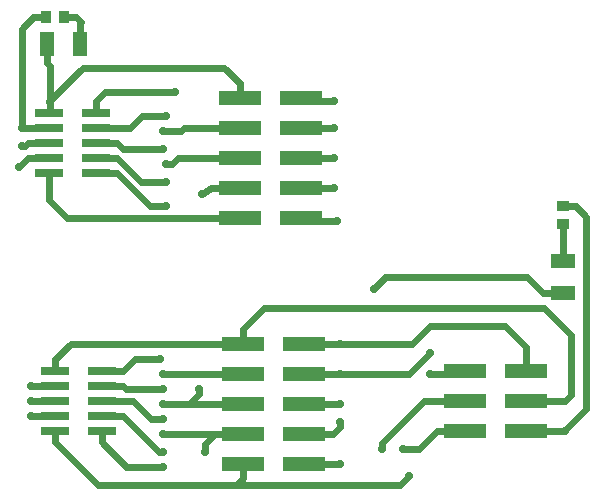
<source format=gtl>
G04 #@! TF.GenerationSoftware,KiCad,Pcbnew,5.1.5-52549c5~86~ubuntu18.04.1*
G04 #@! TF.CreationDate,2020-12-07T21:37:36-08:00*
G04 #@! TF.ProjectId,Atmel_Adapter_rev01,41746d65-6c5f-4416-9461-707465725f72,rev?*
G04 #@! TF.SameCoordinates,Original*
G04 #@! TF.FileFunction,Copper,L1,Top*
G04 #@! TF.FilePolarity,Positive*
%FSLAX46Y46*%
G04 Gerber Fmt 4.6, Leading zero omitted, Abs format (unit mm)*
G04 Created by KiCad (PCBNEW 5.1.5-52549c5~86~ubuntu18.04.1) date 2020-12-07 21:37:36*
%MOMM*%
%LPD*%
G04 APERTURE LIST*
%ADD10R,2.400000X0.760000*%
%ADD11R,3.560000X1.270000*%
%ADD12R,1.250000X2.000000*%
%ADD13R,2.000000X1.250000*%
%ADD14R,0.899160X1.000760*%
%ADD15R,1.000760X0.899160*%
%ADD16C,0.700000*%
%ADD17C,0.600000*%
G04 APERTURE END LIST*
D10*
X113456000Y-71882000D03*
X113456000Y-73152000D03*
X109556000Y-73152000D03*
X109556000Y-71882000D03*
X109556000Y-68072000D03*
X109556000Y-69342000D03*
X109556000Y-70612000D03*
X113456000Y-70612000D03*
X113456000Y-69342000D03*
X113456000Y-68072000D03*
X113964000Y-89916000D03*
X113964000Y-91186000D03*
X113964000Y-92456000D03*
X110064000Y-92456000D03*
X110064000Y-91186000D03*
X110064000Y-89916000D03*
X110064000Y-93726000D03*
X110064000Y-94996000D03*
X113964000Y-94996000D03*
X113964000Y-93726000D03*
D11*
X131129000Y-87630000D03*
X131129000Y-90170000D03*
X131129000Y-92710000D03*
X125919000Y-92710000D03*
X125919000Y-90170000D03*
X125919000Y-87630000D03*
X125919000Y-95270000D03*
X125919000Y-97810000D03*
X131129000Y-97810000D03*
X131129000Y-95270000D03*
X130875000Y-74442000D03*
X130875000Y-76982000D03*
X125665000Y-76982000D03*
X125665000Y-74442000D03*
X125665000Y-66802000D03*
X125665000Y-69342000D03*
X125665000Y-71882000D03*
X130875000Y-71882000D03*
X130875000Y-69342000D03*
X130875000Y-66802000D03*
X149925000Y-95016000D03*
X144715000Y-95016000D03*
X144715000Y-89916000D03*
X144715000Y-92456000D03*
X149925000Y-92456000D03*
X149925000Y-89916000D03*
D12*
X109385000Y-62310000D03*
X112135000Y-62310000D03*
D13*
X153000000Y-80625000D03*
X153000000Y-83375000D03*
D14*
X109248160Y-60000000D03*
X110751840Y-60000000D03*
D15*
X153000000Y-77503680D03*
X153000000Y-76000000D03*
D16*
X119380000Y-73914000D03*
X133604000Y-74422000D03*
X119380000Y-75946000D03*
X133858000Y-77216000D03*
X106934000Y-72644000D03*
X122428000Y-74930000D03*
X107188000Y-69342000D03*
X119126000Y-69596000D03*
X107188000Y-70866000D03*
X119380000Y-72390000D03*
X119126000Y-71120000D03*
X133604000Y-71882000D03*
X119380000Y-68326000D03*
X133604000Y-69342000D03*
X120142000Y-66294000D03*
X133604000Y-67056000D03*
X118872000Y-88900000D03*
X134112000Y-87630000D03*
X137000000Y-83000000D03*
X119126000Y-91440000D03*
X134112000Y-90170000D03*
X141732000Y-88392000D03*
X153162000Y-94996000D03*
X119126000Y-93980000D03*
X134112000Y-92710000D03*
X107950000Y-92456000D03*
X119126000Y-92710000D03*
X139446000Y-96520000D03*
X122174000Y-91440000D03*
X107950000Y-91186000D03*
X119126000Y-90170000D03*
X107950000Y-93726000D03*
X119126000Y-95250000D03*
X137668000Y-96520000D03*
X122682000Y-96774000D03*
X139954000Y-98806000D03*
X141732000Y-90170000D03*
X119126000Y-98044000D03*
X134112000Y-97790000D03*
X119126000Y-96774000D03*
X134112000Y-94234000D03*
D17*
X111801420Y-60000000D02*
X112190000Y-60388580D01*
X110751840Y-60000000D02*
X111801420Y-60000000D01*
X112135000Y-60443580D02*
X112135000Y-62310000D01*
X112190000Y-60388580D02*
X112135000Y-60443580D01*
X115256000Y-71882000D02*
X117288000Y-73914000D01*
X113456000Y-71882000D02*
X115256000Y-71882000D01*
X117288000Y-73914000D02*
X119380000Y-73914000D01*
X130895000Y-74422000D02*
X130875000Y-74442000D01*
X133604000Y-74422000D02*
X130895000Y-74422000D01*
X115256000Y-73152000D02*
X118050000Y-75946000D01*
X113456000Y-73152000D02*
X115256000Y-73152000D01*
X118050000Y-75946000D02*
X119380000Y-75946000D01*
X131109000Y-77216000D02*
X130875000Y-76982000D01*
X133858000Y-77216000D02*
X131109000Y-77216000D01*
X123285000Y-76982000D02*
X123265000Y-76962000D01*
X125665000Y-76982000D02*
X123285000Y-76982000D01*
X123265000Y-76962000D02*
X110998000Y-76962000D01*
X109556000Y-75520000D02*
X109556000Y-73152000D01*
X110998000Y-76962000D02*
X109556000Y-75520000D01*
X109556000Y-71882000D02*
X107696000Y-71882000D01*
X107696000Y-71882000D02*
X106934000Y-72644000D01*
X122428000Y-74930000D02*
X123190000Y-74422000D01*
X123190000Y-74422000D02*
X123210000Y-74442000D01*
X123210000Y-74442000D02*
X125665000Y-74442000D01*
X125665000Y-65567000D02*
X125665000Y-66802000D01*
X124360000Y-64262000D02*
X125665000Y-65567000D01*
X112386000Y-64262000D02*
X124360000Y-64262000D01*
X109556000Y-67092000D02*
X112386000Y-64262000D01*
X109385000Y-63910000D02*
X109590000Y-64115000D01*
X109590000Y-64115000D02*
X109590000Y-67480000D01*
X109385000Y-62310000D02*
X109385000Y-63910000D01*
X109556000Y-68072000D02*
X109590000Y-67480000D01*
X109590000Y-67480000D02*
X109556000Y-67092000D01*
X109556000Y-69342000D02*
X107188000Y-69342000D01*
X119126000Y-69596000D02*
X120650000Y-69596000D01*
X120904000Y-69342000D02*
X125665000Y-69342000D01*
X120650000Y-69596000D02*
X120904000Y-69342000D01*
X107188000Y-68847026D02*
X107188000Y-69342000D01*
X107188000Y-61010580D02*
X107188000Y-68847026D01*
X108198580Y-60000000D02*
X107188000Y-61010580D01*
X109248160Y-60000000D02*
X108198580Y-60000000D01*
X107756000Y-70612000D02*
X107502000Y-70866000D01*
X109556000Y-70612000D02*
X107756000Y-70612000D01*
X107502000Y-70866000D02*
X107188000Y-70866000D01*
X119380000Y-72390000D02*
X119888000Y-72390000D01*
X120396000Y-71882000D02*
X125665000Y-71882000D01*
X119888000Y-72390000D02*
X120396000Y-71882000D01*
X115256000Y-70612000D02*
X115764000Y-71120000D01*
X113456000Y-70612000D02*
X115256000Y-70612000D01*
X115764000Y-71120000D02*
X119126000Y-71120000D01*
X133604000Y-71882000D02*
X130875000Y-71882000D01*
X113456000Y-69342000D02*
X116332000Y-69342000D01*
X116332000Y-69342000D02*
X117348000Y-68326000D01*
X117348000Y-68326000D02*
X119380000Y-68326000D01*
X133604000Y-69342000D02*
X130875000Y-69342000D01*
X113456000Y-67092000D02*
X114254000Y-66294000D01*
X113456000Y-68072000D02*
X113456000Y-67092000D01*
X114254000Y-66294000D02*
X120142000Y-66294000D01*
X131129000Y-67056000D02*
X130875000Y-66802000D01*
X133604000Y-67056000D02*
X131129000Y-67056000D01*
X115764000Y-89916000D02*
X116780000Y-88900000D01*
X113964000Y-89916000D02*
X115764000Y-89916000D01*
X116780000Y-88900000D02*
X118872000Y-88900000D01*
X134112000Y-87630000D02*
X131129000Y-87630000D01*
X134112000Y-87630000D02*
X140208000Y-87630000D01*
X140208000Y-87630000D02*
X141732000Y-86106000D01*
X141732000Y-86106000D02*
X148082000Y-86106000D01*
X149925000Y-87949000D02*
X149925000Y-89916000D01*
X148082000Y-86106000D02*
X149925000Y-87949000D01*
X153000000Y-83375000D02*
X151375000Y-83375000D01*
X151375000Y-83375000D02*
X150000000Y-82000000D01*
X150000000Y-82000000D02*
X138000000Y-82000000D01*
X138000000Y-82000000D02*
X137000000Y-83000000D01*
X115764000Y-91186000D02*
X116018000Y-91440000D01*
X113964000Y-91186000D02*
X115764000Y-91186000D01*
X116018000Y-91440000D02*
X119126000Y-91440000D01*
X134112000Y-90170000D02*
X131129000Y-90170000D01*
X134112000Y-90170000D02*
X139954000Y-90170000D01*
X139954000Y-90170000D02*
X141732000Y-88392000D01*
X149945000Y-94996000D02*
X149925000Y-95016000D01*
X153162000Y-94996000D02*
X149945000Y-94996000D01*
X154100380Y-76000000D02*
X155000000Y-76899620D01*
X153000000Y-76000000D02*
X154100380Y-76000000D01*
X155000000Y-93158000D02*
X153158000Y-95000000D01*
X155000000Y-76899620D02*
X155000000Y-93158000D01*
X153158000Y-95000000D02*
X153162000Y-94996000D01*
X113964000Y-92456000D02*
X116586000Y-92456000D01*
X116586000Y-92456000D02*
X118110000Y-93980000D01*
X118110000Y-93980000D02*
X119126000Y-93980000D01*
X134112000Y-92710000D02*
X131129000Y-92710000D01*
X110064000Y-92456000D02*
X108264000Y-92456000D01*
X108264000Y-92456000D02*
X107950000Y-92456000D01*
X142335000Y-95016000D02*
X140831000Y-96520000D01*
X144715000Y-95016000D02*
X142335000Y-95016000D01*
X140831000Y-96520000D02*
X139446000Y-96520000D01*
X121398974Y-92710000D02*
X120904000Y-92710000D01*
X122174000Y-91934974D02*
X121398974Y-92710000D01*
X122174000Y-91440000D02*
X122174000Y-91934974D01*
X119126000Y-92710000D02*
X120904000Y-92710000D01*
X120904000Y-92710000D02*
X125919000Y-92710000D01*
X110064000Y-91186000D02*
X107950000Y-91186000D01*
X119620974Y-90170000D02*
X125919000Y-90170000D01*
X119126000Y-90170000D02*
X119620974Y-90170000D01*
X123539000Y-87630000D02*
X125919000Y-87630000D01*
X111370000Y-87630000D02*
X123539000Y-87630000D01*
X110064000Y-88936000D02*
X111370000Y-87630000D01*
X110064000Y-89916000D02*
X110064000Y-88936000D01*
X125919000Y-86395000D02*
X127732000Y-84582000D01*
X125919000Y-87630000D02*
X125919000Y-86395000D01*
X127732000Y-84582000D02*
X151384000Y-84582000D01*
X151384000Y-84582000D02*
X153670000Y-86868000D01*
X153670000Y-86868000D02*
X153670000Y-91948000D01*
X153162000Y-92456000D02*
X149925000Y-92456000D01*
X153670000Y-91948000D02*
X153162000Y-92456000D01*
X110064000Y-93726000D02*
X107950000Y-93726000D01*
X125899000Y-95250000D02*
X125919000Y-95270000D01*
X119126000Y-95250000D02*
X125899000Y-95250000D01*
X144715000Y-92456000D02*
X141224000Y-92456000D01*
X141224000Y-92456000D02*
X137668000Y-96012000D01*
X137668000Y-96012000D02*
X137668000Y-96520000D01*
X123539000Y-95270000D02*
X122682000Y-96127000D01*
X125919000Y-95270000D02*
X123539000Y-95270000D01*
X122682000Y-96127000D02*
X122682000Y-96774000D01*
X125919000Y-99045000D02*
X125919000Y-97810000D01*
X125396000Y-99568000D02*
X125919000Y-99045000D01*
X113656000Y-99568000D02*
X125396000Y-99568000D01*
X110064000Y-95976000D02*
X113656000Y-99568000D01*
X110064000Y-94996000D02*
X110064000Y-95976000D01*
X125396000Y-99568000D02*
X139192000Y-99568000D01*
X139192000Y-99568000D02*
X139954000Y-98806000D01*
X144461000Y-90170000D02*
X144715000Y-89916000D01*
X141732000Y-90170000D02*
X144461000Y-90170000D01*
X113964000Y-95976000D02*
X116032000Y-98044000D01*
X113964000Y-94996000D02*
X113964000Y-95976000D01*
X116032000Y-98044000D02*
X119126000Y-98044000D01*
X131149000Y-97790000D02*
X131129000Y-97810000D01*
X134112000Y-97790000D02*
X131149000Y-97790000D01*
X115764000Y-93726000D02*
X118812000Y-96774000D01*
X113964000Y-93726000D02*
X115764000Y-93726000D01*
X118812000Y-96774000D02*
X119126000Y-96774000D01*
X134112000Y-94234000D02*
X134112000Y-94728974D01*
X133570974Y-95270000D02*
X131129000Y-95270000D01*
X134112000Y-94728974D02*
X133570974Y-95270000D01*
X153000000Y-80625000D02*
X153000000Y-77503680D01*
M02*

</source>
